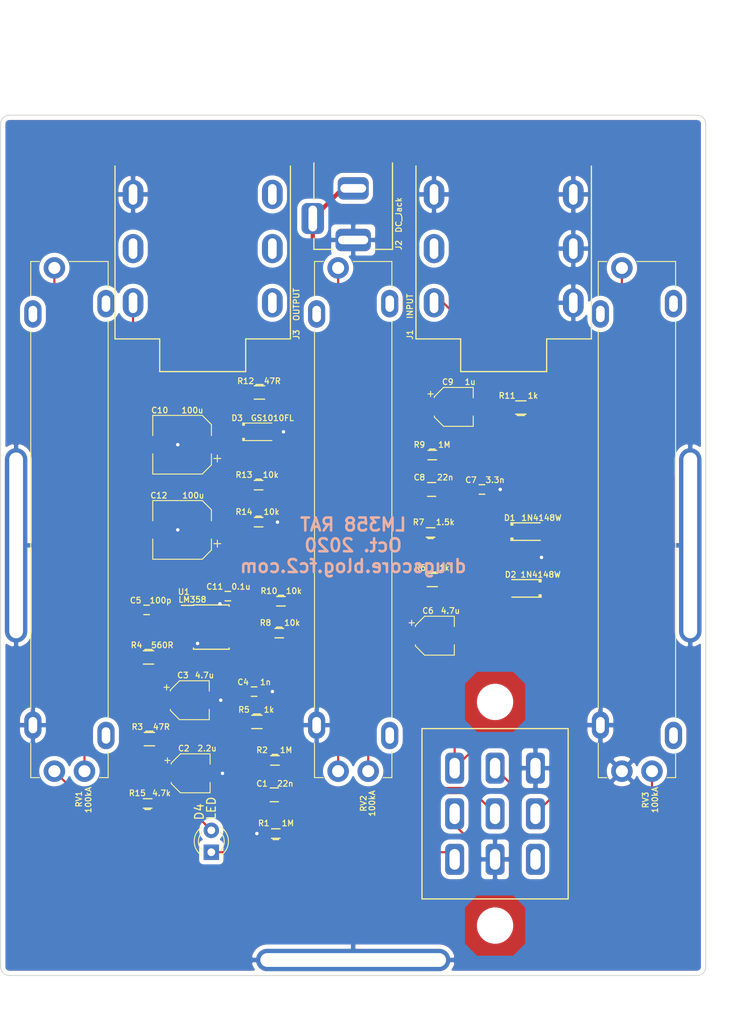
<source format=kicad_pcb>
(kicad_pcb (version 20171130) (host pcbnew "(5.1.6)-1")
  (layers (0 F.Cu signal) (31 B.Cu signal) (34 B.Paste user) (35 F.Paste user) (36 B.SilkS user) (37 F.SilkS user) (38 B.Mask user) (39 F.Mask user) (44 Edge.Cuts user))
  (net 0 "")
  (net 1 "Net-(C1-Pad2)")
  (net 2 "Net-(C1-Pad1)")
  (net 3 "Net-(C2-Pad1)")
  (net 4 GND)
  (net 5 "Net-(C3-Pad1)")
  (net 6 "Net-(C4-Pad1)")
  (net 7 "Net-(C5-Pad1)")
  (net 8 "Net-(C5-Pad2)")
  (net 9 "Net-(C6-Pad2)")
  (net 10 "Net-(C7-Pad1)")
  (net 11 "Net-(C8-Pad1)")
  (net 12 "Net-(C9-Pad2)")
  (net 13 "Net-(C9-Pad1)")
  (net 14 "Net-(D1-Pad1)")
  (net 15 "Net-(D4-Pad1)")
  (net 16 "Net-(D4-Pad2)")
  (net 17 "Net-(J1-PadR)")
  (net 18 "Net-(J1-PadT)")
  (net 19 "Net-(J2-Pad2)")
  (net 20 "Net-(J3-PadTN)")
  (net 21 "Net-(J3-PadT)")
  (net 22 "Net-(J3-PadR)")
  (net 23 "Net-(J3-PadRN)")
  (net 24 "Net-(J3-PadSN)")
  (net 25 "Net-(R7-Pad2)")
  (net 26 "Net-(R10-Pad2)")
  (net 27 "Net-(R11-Pad1)")
  (net 28 "Net-(RV3-Pad2)")
  (net 29 "Net-(SW3-Pad1)")
  (net 30 VCC)
  (net 31 /BIAS)
  (module MountingHole:MountingHole_3.2mm_M3 (layer F.Cu) (at 156.5 160.6)
    (fp_text reference * hide)
    (fp_text value * hide)
    (pad "" np_thru_hole circle (at 0 0) (size 3.2 3.2) (drill 3.2) (layers *.Cu *.Mask))
  )
  (module MountingHole:MountingHole_3.2mm_M3 (layer F.Cu) (at 156.5 134.6)
    (fp_text reference * hide)
    (fp_text value * hide)
    (pad "" np_thru_hole circle (at 0 0) (size 3.2 3.2) (drill 3.2) (layers *.Cu *.Mask))
  )
  (module "myFoot:my_R_1608(0603)_HandSoldering" (layer F.Cu) (at 149 114.9 180)
    (fp_text reference R7 (at 1.4 1.2) (layer F.SilkS) (effects (font (size 0.67 0.67) (thickness 0.127))))
    (fp_text value 1.5k (at -1.7 1.2) (layer F.SilkS) (effects (font (size 0.67 0.67) (thickness 0.127))))
    (pad 2 smd roundrect (at 1.1 0 180) (size 1.2 0.9) (layers F.Cu F.Paste F.Mask) (net 25 "Net-(R7-Pad2)"))
    (pad 1 smd roundrect (at -1.1 0 180) (size 1.2 0.9) (layers F.Cu F.Paste F.Mask) (net 10 "Net-(C7-Pad1)"))
  )
  (module myFoot:my_sw_foot (layer F.Cu) (at 156.5 142.3 180)
    (fp_text reference SW1 hide)
    (fp_text value SW_3PDT hide)
    (pad 3 thru_hole roundrect (at 4.7 0 180) (size 2.2 3.6) (drill oval 1.2 2.4) (layers *.Cu *.Mask) (net 18 "Net-(J1-PadT)"))
    (pad 1 thru_hole roundrect (at -4.7 0 180) (size 2.2 3.6) (drill oval 1.2 2.4) (layers *.Cu *.Mask) (net 4 GND))
    (pad 2 thru_hole roundrect (at 0 0 180) (size 2.2 3.6) (drill oval 1.2 2.4) (layers *.Cu *.Mask) (net 1 "Net-(C1-Pad2)"))
  )
  (module myFoot:my_sw_foot (layer F.Cu) (at 156.5 147.6 180)
    (fp_text reference SW2 hide)
    (fp_text value SW_3PDT hide)
    (pad 3 thru_hole roundrect (at 4.7 0 180) (size 2.2 3.6) (drill oval 1.2 2.4) (layers *.Cu *.Mask) (net 28 "Net-(RV3-Pad2)"))
    (pad 1 thru_hole roundrect (at -4.7 0 180) (size 2.2 3.6) (drill oval 1.2 2.4) (layers *.Cu *.Mask) (net 18 "Net-(J1-PadT)"))
    (pad 2 thru_hole roundrect (at 0 0 180) (size 2.2 3.6) (drill oval 1.2 2.4) (layers *.Cu *.Mask) (net 21 "Net-(J3-PadT)"))
  )
  (module myFoot:my_sw_foot (layer F.Cu) (at 156.5 152.9 180)
    (fp_text reference SW3 hide)
    (fp_text value SW_3PDT hide)
    (pad 3 thru_hole roundrect (at 4.7 0 180) (size 2.2 3.6) (drill oval 1.2 2.4) (layers *.Cu *.Mask) (net 15 "Net-(D4-Pad1)"))
    (pad 1 thru_hole roundrect (at -4.7 0 180) (size 2.2 3.6) (drill oval 1.2 2.4) (layers *.Cu *.Mask) (net 29 "Net-(SW3-Pad1)"))
    (pad 2 thru_hole roundrect (at 0 0 180) (size 2.2 3.6) (drill oval 1.2 2.4) (layers *.Cu *.Mask) (net 4 GND))
  )
  (module myFoot:my_SmallPad_0-8mmDrill (layer F.Cu) (at 140 164.6 270)
    (fp_text reference * hide)
    (fp_text value s hide)
    (pad 1 thru_hole oval (at 0 0 270) (size 2.6 22.6) (drill oval 1.6 21.6) (layers *.Cu *.Mask) (net 4 GND))
  )
  (module myFoot:my_SmallPad_0-8mmDrill (layer F.Cu) (at 100.8 116.4)
    (fp_text reference * hide)
    (fp_text value s hide)
    (pad 1 thru_hole oval (at 0 0) (size 2.6 22.6) (drill oval 1.6 21.6) (layers *.Cu *.Mask) (net 4 GND))
  )
  (module myFoot:my_SmallPad_0-8mmDrill (layer F.Cu) (at 179.2 116.4)
    (fp_text reference * hide)
    (fp_text value s hide)
    (pad 1 thru_hole oval (at 0 0) (size 2.6 22.6) (drill oval 1.6 21.6) (layers *.Cu *.Mask) (net 4 GND))
  )
  (module myFoot:my_pot_slide_45mm_travel (layer F.Cu) (at 107 113.4 90)
    (fp_text reference RV1 (at -32.5 1.1 90) (layer F.SilkS) (effects (font (size 0.67 0.67) (thickness 0.127))))
    (fp_text value 100kA (at -32.6 2.2 90) (layer F.SilkS) (effects (font (size 0.67 0.67) (thickness 0.127))))
    (pad "" thru_hole oval (at -23.9 -4.25 90) (size 3.2 2) (drill oval 1.9 1) (layers *.Cu *.Mask) (net 4 GND))
    (pad "" thru_hole oval (at 25.1 4.25 90) (size 3.2 2) (drill oval 1.9 1) (layers *.Cu *.Mask))
    (pad "" thru_hole oval (at 23.9 -4.25 90) (size 3.2 2) (drill oval 1.9 1) (layers *.Cu *.Mask))
    (pad "" thru_hole oval (at -25.1 4.25 90) (size 3.2 2) (drill oval 1.9 1) (layers *.Cu *.Mask))
    (pad 3 thru_hole circle (at 29.25 -1.75 90) (size 2.5 2.5) (drill 1.4) (layers *.Cu *.Mask) (net 8 "Net-(C5-Pad2)"))
    (pad 1 thru_hole circle (at -29.25 -1.75 90) (size 2.5 2.5) (drill 1.4) (layers *.Cu *.Mask) (net 7 "Net-(C5-Pad1)"))
    (pad 2 thru_hole circle (at -29.25 1.75 90) (size 2.5 2.5) (drill 1.4) (layers *.Cu *.Mask) (net 8 "Net-(C5-Pad2)"))
  )
  (module myFoot:my_pot_slide_45mm_travel (layer F.Cu) (at 140 113.4 90)
    (fp_text reference RV2 (at -33 1.2 90) (layer F.SilkS) (effects (font (size 0.67 0.67) (thickness 0.127))))
    (fp_text value 100kA (at -33 2.2 90) (layer F.SilkS) (effects (font (size 0.67 0.67) (thickness 0.127))))
    (pad "" thru_hole oval (at -23.9 -4.25 90) (size 3.2 2) (drill oval 1.9 1) (layers *.Cu *.Mask) (net 4 GND))
    (pad "" thru_hole oval (at 25.1 4.25 90) (size 3.2 2) (drill oval 1.9 1) (layers *.Cu *.Mask))
    (pad "" thru_hole oval (at 23.9 -4.25 90) (size 3.2 2) (drill oval 1.9 1) (layers *.Cu *.Mask))
    (pad "" thru_hole oval (at -25.1 4.25 90) (size 3.2 2) (drill oval 1.9 1) (layers *.Cu *.Mask))
    (pad 3 thru_hole circle (at 29.25 -1.75 90) (size 2.5 2.5) (drill 1.4) (layers *.Cu *.Mask) (net 14 "Net-(D1-Pad1)"))
    (pad 1 thru_hole circle (at -29.25 -1.75 90) (size 2.5 2.5) (drill 1.4) (layers *.Cu *.Mask) (net 25 "Net-(R7-Pad2)"))
    (pad 2 thru_hole circle (at -29.25 1.75 90) (size 2.5 2.5) (drill 1.4) (layers *.Cu *.Mask) (net 14 "Net-(D1-Pad1)"))
  )
  (module myFoot:my_pot_slide_45mm_travel (layer F.Cu) (at 173 113.4 90)
    (fp_text reference RV3 (at -32.6 1 90) (layer F.SilkS) (effects (font (size 0.67 0.67) (thickness 0.127))))
    (fp_text value 100kA (at -32.6 2.1 90) (layer F.SilkS) (effects (font (size 0.67 0.67) (thickness 0.127))))
    (pad "" thru_hole oval (at -23.9 -4.25 90) (size 3.2 2) (drill oval 1.9 1) (layers *.Cu *.Mask) (net 4 GND))
    (pad "" thru_hole oval (at 25.1 4.25 90) (size 3.2 2) (drill oval 1.9 1) (layers *.Cu *.Mask))
    (pad "" thru_hole oval (at 23.9 -4.25 90) (size 3.2 2) (drill oval 1.9 1) (layers *.Cu *.Mask))
    (pad "" thru_hole oval (at -25.1 4.25 90) (size 3.2 2) (drill oval 1.9 1) (layers *.Cu *.Mask))
    (pad 3 thru_hole circle (at 29.25 -1.75 90) (size 2.5 2.5) (drill 1.4) (layers *.Cu *.Mask) (net 27 "Net-(R11-Pad1)"))
    (pad 1 thru_hole circle (at -29.25 -1.75 90) (size 2.5 2.5) (drill 1.4) (layers *.Cu *.Mask) (net 4 GND))
    (pad 2 thru_hole circle (at -29.25 1.75 90) (size 2.5 2.5) (drill 1.4) (layers *.Cu *.Mask) (net 28 "Net-(RV3-Pad2)"))
  )
  (module "myFoot:my_C_2012(0805)_HandSoldering" (layer F.Cu) (at 130.85 145.4)
    (fp_text reference C1 (at -1.45 -1.3) (layer F.SilkS) (effects (font (size 0.67 0.67) (thickness 0.127))))
    (fp_text value 22n (at 1.25 -1.3) (layer F.SilkS) (effects (font (size 0.67 0.67) (thickness 0.127))))
    (pad 2 smd roundrect (at 1.15 0) (size 1.3 1.25) (layers F.Cu F.Paste F.Mask) (net 1 "Net-(C1-Pad2)"))
    (pad 1 smd roundrect (at -1.15 0) (size 1.3 1.25) (layers F.Cu F.Paste F.Mask) (net 2 "Net-(C1-Pad1)"))
  )
  (module myFoot:my_C_Elec_4 (layer F.Cu) (at 121.1 142.9)
    (fp_text reference C2 (at -0.8 -2.9) (layer F.SilkS) (effects (font (size 0.67 0.67) (thickness 0.127))))
    (fp_text value 2.2u (at 1.9 -2.9) (layer F.SilkS) (effects (font (size 0.67 0.67) (thickness 0.127))))
    (pad 2 smd roundrect (at 1.8 0) (size 2.6 1.6) (layers F.Cu F.Paste F.Mask) (net 4 GND))
    (pad 1 smd roundrect (at -1.8 0) (size 2.6 1.6) (layers F.Cu F.Paste F.Mask) (net 3 "Net-(C2-Pad1)"))
  )
  (module myFoot:my_C_Elec_4 (layer F.Cu) (at 121 134.4)
    (fp_text reference C3 (at -0.8 -2.9) (layer F.SilkS) (effects (font (size 0.67 0.67) (thickness 0.127))))
    (fp_text value 4.7u (at 1.7 -2.9) (layer F.SilkS) (effects (font (size 0.67 0.67) (thickness 0.127))))
    (pad 2 smd roundrect (at 1.8 0) (size 2.6 1.6) (layers F.Cu F.Paste F.Mask) (net 4 GND))
    (pad 1 smd roundrect (at -1.8 0) (size 2.6 1.6) (layers F.Cu F.Paste F.Mask) (net 5 "Net-(C3-Pad1)"))
  )
  (module "myFoot:my_C_1608(0603)_HandSoldering" (layer F.Cu) (at 128.5 133.4)
    (fp_text reference C4 (at -1.3 -1.1) (layer F.SilkS) (effects (font (size 0.67 0.67) (thickness 0.127))))
    (fp_text value 1n (at 1.3 -1.1) (layer F.SilkS) (effects (font (size 0.67 0.67) (thickness 0.127))))
    (pad 2 smd roundrect (at 0.95 0) (size 1.2 0.75) (layers F.Cu F.Paste F.Mask) (net 4 GND))
    (pad 1 smd roundrect (at -0.95 0) (size 1.2 0.75) (layers F.Cu F.Paste F.Mask) (net 6 "Net-(C4-Pad1)"))
  )
  (module "myFoot:my_C_1608(0603)_HandSoldering" (layer F.Cu) (at 115.95 123.9 180)
    (fp_text reference C5 (at 1.25 1.1) (layer F.SilkS) (effects (font (size 0.67 0.67) (thickness 0.127))))
    (fp_text value 100p (at -1.65 1.1) (layer F.SilkS) (effects (font (size 0.67 0.67) (thickness 0.127))))
    (pad 2 smd roundrect (at 0.95 0 180) (size 1.2 0.75) (layers F.Cu F.Paste F.Mask) (net 8 "Net-(C5-Pad2)"))
    (pad 1 smd roundrect (at -0.95 0 180) (size 1.2 0.75) (layers F.Cu F.Paste F.Mask) (net 7 "Net-(C5-Pad1)"))
  )
  (module myFoot:my_C_Elec_4 (layer F.Cu) (at 149.5 126.9)
    (fp_text reference C6 (at -0.8 -2.9) (layer F.SilkS) (effects (font (size 0.67 0.67) (thickness 0.127))))
    (fp_text value 4.7u (at 1.8 -2.9) (layer F.SilkS) (effects (font (size 0.67 0.67) (thickness 0.127))))
    (pad 2 smd roundrect (at 1.8 0) (size 2.6 1.6) (layers F.Cu F.Paste F.Mask) (net 9 "Net-(C6-Pad2)"))
    (pad 1 smd roundrect (at -1.8 0) (size 2.6 1.6) (layers F.Cu F.Paste F.Mask) (net 7 "Net-(C5-Pad1)"))
  )
  (module "myFoot:my_C_1608(0603)_HandSoldering" (layer F.Cu) (at 155 109.9)
    (fp_text reference C7 (at -1.3 -1.1) (layer F.SilkS) (effects (font (size 0.67 0.67) (thickness 0.127))))
    (fp_text value 3.3n (at 1.5 -1.1) (layer F.SilkS) (effects (font (size 0.67 0.67) (thickness 0.127))))
    (pad 2 smd roundrect (at 0.95 0) (size 1.2 0.75) (layers F.Cu F.Paste F.Mask) (net 4 GND))
    (pad 1 smd roundrect (at -0.95 0) (size 1.2 0.75) (layers F.Cu F.Paste F.Mask) (net 10 "Net-(C7-Pad1)"))
  )
  (module "myFoot:my_C_2012(0805)_HandSoldering" (layer F.Cu) (at 149.15 109.9)
    (fp_text reference C8 (at -1.45 -1.4) (layer F.SilkS) (effects (font (size 0.67 0.67) (thickness 0.127))))
    (fp_text value 22n (at 1.55 -1.4) (layer F.SilkS) (effects (font (size 0.67 0.67) (thickness 0.127))))
    (pad 2 smd roundrect (at 1.15 0) (size 1.3 1.25) (layers F.Cu F.Paste F.Mask) (net 10 "Net-(C7-Pad1)"))
    (pad 1 smd roundrect (at -1.15 0) (size 1.3 1.25) (layers F.Cu F.Paste F.Mask) (net 11 "Net-(C8-Pad1)"))
  )
  (module myFoot:my_C_Elec_4 (layer F.Cu) (at 151.7 100.3)
    (fp_text reference C9 (at -0.7 -2.9) (layer F.SilkS) (effects (font (size 0.67 0.67) (thickness 0.127))))
    (fp_text value 1u (at 1.9 -2.9) (layer F.SilkS) (effects (font (size 0.67 0.67) (thickness 0.127))))
    (pad 2 smd roundrect (at 1.8 0) (size 2.6 1.6) (layers F.Cu F.Paste F.Mask) (net 12 "Net-(C9-Pad2)"))
    (pad 1 smd roundrect (at -1.8 0) (size 2.6 1.6) (layers F.Cu F.Paste F.Mask) (net 13 "Net-(C9-Pad1)"))
  )
  (module myFoot:my_C_Elec_6.3 (layer F.Cu) (at 120.1 104.7 180)
    (fp_text reference C10 (at 2.6 4) (layer F.SilkS) (effects (font (size 0.67 0.67) (thickness 0.127))))
    (fp_text value 100u (at -1.2 4) (layer F.SilkS) (effects (font (size 0.67 0.67) (thickness 0.127))))
    (pad 2 smd roundrect (at 2.8 0 180) (size 3.5 1.6) (layers F.Cu F.Paste F.Mask) (roundrect_rratio 0.15625) (net 4 GND))
    (pad 1 smd roundrect (at -2.8 0 180) (size 3.5 1.6) (layers F.Cu F.Paste F.Mask) (roundrect_rratio 0.15625) (net 30 VCC))
  )
  (module "myFoot:my_C_1608(0603)_HandSoldering" (layer F.Cu) (at 125.45 122.3)
    (fp_text reference C11 (at -1.55 -1.1) (layer F.SilkS) (effects (font (size 0.67 0.67) (thickness 0.127))))
    (fp_text value 0.1u (at 1.5 -1.1) (layer F.SilkS) (effects (font (size 0.67 0.67) (thickness 0.127))))
    (pad 2 smd roundrect (at 0.95 0) (size 1.2 0.75) (layers F.Cu F.Paste F.Mask) (net 30 VCC))
    (pad 1 smd roundrect (at -0.95 0) (size 1.2 0.75) (layers F.Cu F.Paste F.Mask) (net 4 GND))
  )
  (module myFoot:my_C_Elec_6.3 (layer F.Cu) (at 120.1 114.6 180)
    (fp_text reference C12 (at 2.7 4) (layer F.SilkS) (effects (font (size 0.67 0.67) (thickness 0.127))))
    (fp_text value 100u (at -1.3 4) (layer F.SilkS) (effects (font (size 0.67 0.67) (thickness 0.127))))
    (pad 2 smd roundrect (at 2.8 0 180) (size 3.5 1.6) (layers F.Cu F.Paste F.Mask) (roundrect_rratio 0.15625) (net 4 GND))
    (pad 1 smd roundrect (at -2.8 0 180) (size 3.5 1.6) (layers F.Cu F.Paste F.Mask) (roundrect_rratio 0.15625) (net 31 /BIAS))
  )
  (module myFoot:my_D_SOD-123 (layer F.Cu) (at 160.1 114.8)
    (fp_text reference D1 (at -1.9 -1.6) (layer F.SilkS) (effects (font (size 0.67 0.67) (thickness 0.127))))
    (fp_text value 1N4148W (at 1.8 -1.6) (layer F.SilkS) (effects (font (size 0.67 0.67) (thickness 0.127))))
    (pad 2 smd roundrect (at 1.8 0) (size 1.2 1) (layers F.Cu F.Paste F.Mask) (net 4 GND))
    (pad 1 smd roundrect (at -1.8 0) (size 1.2 1) (layers F.Cu F.Paste F.Mask) (net 14 "Net-(D1-Pad1)"))
  )
  (module myFoot:my_D_SOD-123 (layer F.Cu) (at 160.1 121.4 180)
    (fp_text reference D2 (at 1.8 1.6) (layer F.SilkS) (effects (font (size 0.67 0.67) (thickness 0.127))))
    (fp_text value 1N4148W (at -1.7 1.6) (layer F.SilkS) (effects (font (size 0.67 0.67) (thickness 0.127))))
    (pad 2 smd roundrect (at 1.8 0 180) (size 1.2 1) (layers F.Cu F.Paste F.Mask) (net 14 "Net-(D1-Pad1)"))
    (pad 1 smd roundrect (at -1.8 0 180) (size 1.2 1) (layers F.Cu F.Paste F.Mask) (net 4 GND))
  )
  (module myFoot:my_D_GS1010FL (layer F.Cu) (at 128.9 103.2)
    (fp_text reference D3 (at -2.4 -1.6) (layer F.SilkS) (effects (font (size 0.67 0.67) (thickness 0.127))))
    (fp_text value GS1010FL (at 1.7 -1.6) (layer F.SilkS) (effects (font (size 0.67 0.67) (thickness 0.127))))
    (pad 2 smd roundrect (at 1.8 0) (size 1.2 1.2) (layers F.Cu F.Paste F.Mask) (net 4 GND))
    (pad 1 smd roundrect (at -1.8 0) (size 1.2 1.2) (layers F.Cu F.Paste F.Mask) (net 30 VCC))
  )
  (module myFoot:my_Phone_Jack_Daier (layer F.Cu) (at 157.5 70 270)
    (fp_text reference J1 (at 21.9 10.9 90) (layer F.SilkS) (effects (font (size 0.67 0.67) (thickness 0.127))))
    (fp_text value INPUT (at 18.6 10.9 90) (layer F.SilkS) (effects (font (size 0.67 0.67) (thickness 0.127))))
    (pad TN thru_hole oval (at 18.2 -8.1 270) (size 3.4 2.4) (drill oval 2.4 1) (layers *.Cu *.Mask) (net 4 GND))
    (pad T thru_hole oval (at 18.2 8.1 270) (size 3.4 2.4) (drill oval 2.4 1) (layers *.Cu *.Mask) (net 18 "Net-(J1-PadT)"))
    (pad R thru_hole oval (at 11.9 8.1 270) (size 3.4 2.4) (drill oval 2.4 1) (layers *.Cu *.Mask) (net 17 "Net-(J1-PadR)"))
    (pad S thru_hole oval (at 5.6 8.1 270) (size 3.4 2.4) (drill oval 2.4 1) (layers *.Cu *.Mask) (net 4 GND))
    (pad RN thru_hole oval (at 11.9 -8.1 270) (size 3.4 2.4) (drill oval 2.4 1) (layers *.Cu *.Mask) (net 4 GND))
    (pad SN thru_hole oval (at 5.6 -8.1 270) (size 3.4 2.4) (drill oval 2.4 1) (layers *.Cu *.Mask) (net 4 GND))
  )
  (module myFoot:my_DC_Jack (layer F.Cu) (at 140 67.4 270)
    (fp_text reference J2 (at 14.1 -5.3 90) (layer F.SilkS) (effects (font (size 0.67 0.67) (thickness 0.127))))
    (fp_text value DC_Jack (at 10.6 -5.3 90) (layer F.SilkS) (effects (font (size 0.67 0.67) (thickness 0.127))))
    (pad 3 thru_hole roundrect (at 11 4.7 270) (size 3.6 2.6) (drill oval 3 1) (layers *.Cu *.Mask) (net 19 "Net-(J2-Pad2)"))
    (pad 2 thru_hole roundrect (at 7.5 0 270) (size 2.6 3.6) (drill oval 1 3) (layers *.Cu *.Mask) (net 19 "Net-(J2-Pad2)"))
    (pad 1 thru_hole roundrect (at 13.5 0 270) (size 2.6 4.1) (drill oval 1 3.5) (layers *.Cu *.Mask) (net 4 GND))
  )
  (module myFoot:my_Phone_Jack_Daier (layer F.Cu) (at 122.5 70 270)
    (fp_text reference J3 (at 21.9 -10.9 90) (layer F.SilkS) (effects (font (size 0.67 0.67) (thickness 0.127))))
    (fp_text value OUTPUT (at 18.4 -10.9 90) (layer F.SilkS) (effects (font (size 0.67 0.67) (thickness 0.127))))
    (pad TN thru_hole oval (at 18.2 -8.1 270) (size 3.4 2.4) (drill oval 2.4 1) (layers *.Cu *.Mask) (net 20 "Net-(J3-PadTN)"))
    (pad T thru_hole oval (at 18.2 8.1 270) (size 3.4 2.4) (drill oval 2.4 1) (layers *.Cu *.Mask) (net 21 "Net-(J3-PadT)"))
    (pad R thru_hole oval (at 11.9 8.1 270) (size 3.4 2.4) (drill oval 2.4 1) (layers *.Cu *.Mask) (net 22 "Net-(J3-PadR)"))
    (pad S thru_hole oval (at 5.6 8.1 270) (size 3.4 2.4) (drill oval 2.4 1) (layers *.Cu *.Mask) (net 4 GND))
    (pad RN thru_hole oval (at 11.9 -8.1 270) (size 3.4 2.4) (drill oval 2.4 1) (layers *.Cu *.Mask) (net 23 "Net-(J3-PadRN)"))
    (pad SN thru_hole oval (at 5.6 -8.1 270) (size 3.4 2.4) (drill oval 2.4 1) (layers *.Cu *.Mask) (net 24 "Net-(J3-PadSN)"))
  )
  (module "myFoot:my_R_1608(0603)_HandSoldering" (layer F.Cu) (at 131 149.9 180)
    (fp_text reference R1 (at 1.4 1.2) (layer F.SilkS) (effects (font (size 0.67 0.67) (thickness 0.127))))
    (fp_text value 1M (at -1.4 1.2) (layer F.SilkS) (effects (font (size 0.67 0.67) (thickness 0.127))))
    (pad 2 smd roundrect (at 1.1 0 180) (size 1.2 0.9) (layers F.Cu F.Paste F.Mask) (net 4 GND))
    (pad 1 smd roundrect (at -1.1 0 180) (size 1.2 0.9) (layers F.Cu F.Paste F.Mask) (net 1 "Net-(C1-Pad2)"))
  )
  (module "myFoot:my_R_1608(0603)_HandSoldering" (layer F.Cu) (at 130.9 141.4)
    (fp_text reference R2 (at -1.5 -1.2) (layer F.SilkS) (effects (font (size 0.67 0.67) (thickness 0.127))))
    (fp_text value 1M (at 1.3 -1.2) (layer F.SilkS) (effects (font (size 0.67 0.67) (thickness 0.127))))
    (pad 2 smd roundrect (at 1.1 0) (size 1.2 0.9) (layers F.Cu F.Paste F.Mask) (net 31 /BIAS))
    (pad 1 smd roundrect (at -1.1 0) (size 1.2 0.9) (layers F.Cu F.Paste F.Mask) (net 2 "Net-(C1-Pad1)"))
  )
  (module "myFoot:my_R_2012(0805)_HandSoldering" (layer F.Cu) (at 116.3 138.9)
    (fp_text reference R3 (at -1.4 -1.4) (layer F.SilkS) (effects (font (size 0.67 0.67) (thickness 0.127))))
    (fp_text value 47R (at 1.4 -1.4) (layer F.SilkS) (effects (font (size 0.67 0.67) (thickness 0.127))))
    (pad 2 smd roundrect (at 1.2 0) (size 1.2 1.3) (layers F.Cu F.Paste F.Mask) (net 3 "Net-(C2-Pad1)"))
    (pad 1 smd roundrect (at -1.2 0) (size 1.2 1.3) (layers F.Cu F.Paste F.Mask) (net 8 "Net-(C5-Pad2)"))
  )
  (module "myFoot:my_R_2012(0805)_HandSoldering" (layer F.Cu) (at 116.2 129.4)
    (fp_text reference R4 (at -1.4 -1.4) (layer F.SilkS) (effects (font (size 0.67 0.67) (thickness 0.127))))
    (fp_text value 560R (at 1.6 -1.4) (layer F.SilkS) (effects (font (size 0.67 0.67) (thickness 0.127))))
    (pad 2 smd roundrect (at 1.2 0) (size 1.2 1.3) (layers F.Cu F.Paste F.Mask) (net 5 "Net-(C3-Pad1)"))
    (pad 1 smd roundrect (at -1.2 0) (size 1.2 1.3) (layers F.Cu F.Paste F.Mask) (net 8 "Net-(C5-Pad2)"))
  )
  (module "myFoot:my_R_2012(0805)_HandSoldering" (layer F.Cu) (at 128.8 136.9)
    (fp_text reference R5 (at -1.5 -1.4) (layer F.SilkS) (effects (font (size 0.67 0.67) (thickness 0.127))))
    (fp_text value 1k (at 1.4 -1.4) (layer F.SilkS) (effects (font (size 0.67 0.67) (thickness 0.127))))
    (pad 2 smd roundrect (at 1.2 0) (size 1.2 1.3) (layers F.Cu F.Paste F.Mask) (net 2 "Net-(C1-Pad1)"))
    (pad 1 smd roundrect (at -1.2 0) (size 1.2 1.3) (layers F.Cu F.Paste F.Mask) (net 6 "Net-(C4-Pad1)"))
  )
  (module "myFoot:my_R_2012(0805)_HandSoldering" (layer F.Cu) (at 149.2 120.4)
    (fp_text reference R6 (at -1.4 -1.4) (layer F.SilkS) (effects (font (size 0.67 0.67) (thickness 0.127))))
    (fp_text value 1k (at 1.4 -1.4) (layer F.SilkS) (effects (font (size 0.67 0.67) (thickness 0.127))))
    (pad 2 smd roundrect (at 1.2 0) (size 1.2 1.3) (layers F.Cu F.Paste F.Mask) (net 9 "Net-(C6-Pad2)"))
    (pad 1 smd roundrect (at -1.2 0) (size 1.2 1.3) (layers F.Cu F.Paste F.Mask) (net 14 "Net-(D1-Pad1)"))
  )
  (module "myFoot:my_R_1608(0603)_HandSoldering" (layer F.Cu) (at 131.4 126.6)
    (fp_text reference R8 (at -1.6 -1.2) (layer F.SilkS) (effects (font (size 0.67 0.67) (thickness 0.127))))
    (fp_text value 10k (at 1.5 -1.2) (layer F.SilkS) (effects (font (size 0.67 0.67) (thickness 0.127))))
    (pad 2 smd roundrect (at 1.1 0) (size 1.2 0.9) (layers F.Cu F.Paste F.Mask) (net 31 /BIAS))
    (pad 1 smd roundrect (at -1.1 0) (size 1.2 0.9) (layers F.Cu F.Paste F.Mask) (net 26 "Net-(R10-Pad2)"))
  )
  (module "myFoot:my_R_1608(0603)_HandSoldering" (layer F.Cu) (at 149.2 105.9)
    (fp_text reference R9 (at -1.5 -1.2) (layer F.SilkS) (effects (font (size 0.67 0.67) (thickness 0.127))))
    (fp_text value 1M (at 1.4 -1.2) (layer F.SilkS) (effects (font (size 0.67 0.67) (thickness 0.127))))
    (pad 2 smd roundrect (at 1.1 0) (size 1.2 0.9) (layers F.Cu F.Paste F.Mask) (net 31 /BIAS))
    (pad 1 smd roundrect (at -1.1 0) (size 1.2 0.9) (layers F.Cu F.Paste F.Mask) (net 11 "Net-(C8-Pad1)"))
  )
  (module "myFoot:my_R_1608(0603)_HandSoldering" (layer F.Cu) (at 131.6 122.9)
    (fp_text reference R10 (at -1.4 -1.2) (layer F.SilkS) (effects (font (size 0.67 0.67) (thickness 0.127))))
    (fp_text value 10k (at 1.5 -1.2) (layer F.SilkS) (effects (font (size 0.67 0.67) (thickness 0.127))))
    (pad 2 smd roundrect (at 1.1 0) (size 1.2 0.9) (layers F.Cu F.Paste F.Mask) (net 26 "Net-(R10-Pad2)"))
    (pad 1 smd roundrect (at -1.1 0) (size 1.2 0.9) (layers F.Cu F.Paste F.Mask) (net 13 "Net-(C9-Pad1)"))
  )
  (module "myFoot:my_R_2012(0805)_HandSoldering" (layer F.Cu) (at 159.5 100.4 180)
    (fp_text reference R11 (at 1.6 1.4) (layer F.SilkS) (effects (font (size 0.67 0.67) (thickness 0.127))))
    (fp_text value 1k (at -1.4 1.4) (layer F.SilkS) (effects (font (size 0.67 0.67) (thickness 0.127))))
    (pad 2 smd roundrect (at 1.2 0 180) (size 1.2 1.3) (layers F.Cu F.Paste F.Mask) (net 12 "Net-(C9-Pad2)"))
    (pad 1 smd roundrect (at -1.2 0 180) (size 1.2 1.3) (layers F.Cu F.Paste F.Mask) (net 27 "Net-(R11-Pad1)"))
  )
  (module "myFoot:my_R_2012(0805)_HandSoldering" (layer F.Cu) (at 129.1 98.6)
    (fp_text reference R12 (at -1.6 -1.3) (layer F.SilkS) (effects (font (size 0.67 0.67) (thickness 0.127))))
    (fp_text value 47R (at 1.5 -1.3) (layer F.SilkS) (effects (font (size 0.67 0.67) (thickness 0.127))))
    (pad 2 smd roundrect (at 1.2 0) (size 1.2 1.3) (layers F.Cu F.Paste F.Mask) (net 19 "Net-(J2-Pad2)"))
    (pad 1 smd roundrect (at -1.2 0) (size 1.2 1.3) (layers F.Cu F.Paste F.Mask) (net 30 VCC))
  )
  (module "myFoot:my_R_1608(0603)_HandSoldering" (layer F.Cu) (at 129 109.4)
    (fp_text reference R13 (at -1.7 -1.2) (layer F.SilkS) (effects (font (size 0.67 0.67) (thickness 0.127))))
    (fp_text value 10k (at 1.4 -1.2) (layer F.SilkS) (effects (font (size 0.67 0.67) (thickness 0.127))))
    (pad 2 smd roundrect (at 1.1 0) (size 1.2 0.9) (layers F.Cu F.Paste F.Mask) (net 30 VCC))
    (pad 1 smd roundrect (at -1.1 0) (size 1.2 0.9) (layers F.Cu F.Paste F.Mask) (net 31 /BIAS))
  )
  (module "myFoot:my_R_1608(0603)_HandSoldering" (layer F.Cu) (at 129 113.7)
    (fp_text reference R14 (at -1.7 -1.2) (layer F.SilkS) (effects (font (size 0.67 0.67) (thickness 0.127))))
    (fp_text value 10k (at 1.5 -1.2) (layer F.SilkS) (effects (font (size 0.67 0.67) (thickness 0.127))))
    (pad 2 smd roundrect (at 1.1 0) (size 1.2 0.9) (layers F.Cu F.Paste F.Mask) (net 4 GND))
    (pad 1 smd roundrect (at -1.1 0) (size 1.2 0.9) (layers F.Cu F.Paste F.Mask) (net 31 /BIAS))
  )
  (module "myFoot:my_R_1608(0603)_HandSoldering" (layer F.Cu) (at 116.1 146.4 180)
    (fp_text reference R15 (at 1.2 1.2) (layer F.SilkS) (effects (font (size 0.67 0.67) (thickness 0.127))))
    (fp_text value 4.7k (at -1.6 1.2) (layer F.SilkS) (effects (font (size 0.67 0.67) (thickness 0.127))))
    (pad 2 smd roundrect (at 1.1 0 180) (size 1.2 0.9) (layers F.Cu F.Paste F.Mask) (net 30 VCC))
    (pad 1 smd roundrect (at -1.1 0 180) (size 1.2 0.9) (layers F.Cu F.Paste F.Mask) (net 16 "Net-(D4-Pad2)"))
  )
  (module myFoot:my_SOIC-8_3.9x4.9mm_Pitch1.27mm (layer F.Cu) (at 123.5 125.9)
    (fp_text reference U1 (at -3.2 -4.1 unlocked) (layer F.SilkS) (effects (font (size 0.67 0.67) (thickness 0.127))))
    (fp_text value LM358 (at -2.2 -3.2 unlocked) (layer F.SilkS) (effects (font (size 0.67 0.67) (thickness 0.127))))
    (pad 8 smd roundrect (at 2.9 -1.905) (size 1.55 0.6) (layers F.Cu F.Paste F.Mask) (net 30 VCC))
    (pad 7 smd roundrect (at 2.9 -0.635) (size 1.55 0.6) (layers F.Cu F.Paste F.Mask) (net 13 "Net-(C9-Pad1)"))
    (pad 6 smd roundrect (at 2.9 0.635) (size 1.55 0.6) (layers F.Cu F.Paste F.Mask) (net 26 "Net-(R10-Pad2)"))
    (pad 5 smd roundrect (at 2.9 1.905) (size 1.55 0.6) (layers F.Cu F.Paste F.Mask) (net 11 "Net-(C8-Pad1)"))
    (pad 4 smd roundrect (at -2.9 1.905) (size 1.55 0.6) (layers F.Cu F.Paste F.Mask) (net 4 GND))
    (pad 3 smd roundrect (at -2.9 0.635) (size 1.55 0.6) (layers F.Cu F.Paste F.Mask) (net 6 "Net-(C4-Pad1)"))
    (pad 2 smd roundrect (at -2.9 -0.635) (size 1.55 0.6) (layers F.Cu F.Paste F.Mask) (net 8 "Net-(C5-Pad2)"))
    (pad 1 smd roundrect (at -2.9 -1.905) (size 1.55 0.6) (layers F.Cu F.Paste F.Mask) (net 7 "Net-(C5-Pad1)"))
  )
  (module LED_THT:LED_D3.0mm (layer F.Cu) (at 123.5 152.07 90)
    (fp_text reference D4 (at 4.7 -1.4 90) (layer F.SilkS))
    (fp_text value LED (at 5.1 0 90) (layer F.SilkS))
    (pad 2 thru_hole circle (at 2.54 0 90) (size 1.8 1.8) (drill 0.9) (layers *.Cu *.Mask) (net 16 "Net-(D4-Pad2)"))
    (pad 1 thru_hole rect (at 0 0 90) (size 1.8 1.8) (drill 0.9) (layers *.Cu *.Mask) (net 15 "Net-(D4-Pad1)"))
  )
  (gr_line (start 165 137.7) (end 148 137.7) (layer F.SilkS) (width 0.15))
  (gr_line (start 165 157.5) (end 165 137.7) (layer F.SilkS) (width 0.15))
  (gr_line (start 148 157.5) (end 165 157.5) (layer F.SilkS) (width 0.15))
  (gr_line (start 148 137.7) (end 148 157.5) (layer F.SilkS) (width 0.15))
  (gr_text "LM358 RAT\nOct. 2020\ndrugscore.blog.fc2.com" (at 140 116.4) (layer B.SilkS) (effects (font (size 1.5 1.5) (thickness 0.3)) (justify mirror)))
  (gr_arc (start 180 67.4) (end 181 67.4) (angle -90) (layer Edge.Cuts) (width 0.1))
  (gr_arc (start 180 165.4) (end 180 166.4) (angle -90) (layer Edge.Cuts) (width 0.1))
  (gr_arc (start 100 165.4) (end 99 165.4) (angle -90) (layer Edge.Cuts) (width 0.1))
  (gr_arc (start 100 67.4) (end 100 66.4) (angle -90) (layer Edge.Cuts) (width 0.1))
  (gr_line (start 181 165.4) (end 181 67.4) (layer Edge.Cuts) (width 0.1))
  (gr_line (start 100 166.4) (end 180 166.4) (layer Edge.Cuts) (width 0.1))
  (gr_line (start 99 67.4) (end 99 165.4) (layer Edge.Cuts) (width 0.1))
  (gr_line (start 100 66.4) (end 180 66.4) (layer Edge.Cuts) (width 0.1))
  (segment (start 132.1 145.5) (end 132 145.4) (width 0.25) (layer F.Cu) (net 1))
  (segment (start 132.1 149.9) (end 132.1 145.5) (width 0.25) (layer F.Cu) (net 1))
  (segment (start 142 149.9) (end 132.1 149.9) (width 0.25) (layer F.Cu) (net 1))
  (segment (start 146.7 145.2) (end 142 149.9) (width 0.25) (layer F.Cu) (net 1))
  (segment (start 153 145.2) (end 146.7 145.2) (width 0.25) (layer F.Cu) (net 1))
  (segment (start 153.8 146) (end 153 145.2) (width 0.25) (layer F.Cu) (net 1))
  (segment (start 153.8 148.9) (end 153.8 146) (width 0.25) (layer F.Cu) (net 1))
  (segment (start 158.5 144.3) (end 158.5 149.3) (width 0.25) (layer F.Cu) (net 1))
  (segment (start 156.5 142.3) (end 158.5 144.3) (width 0.25) (layer F.Cu) (net 1))
  (segment (start 158.5 149.3) (end 157.7 150.1) (width 0.25) (layer F.Cu) (net 1))
  (segment (start 155 150.1) (end 153.8 148.9) (width 0.25) (layer F.Cu) (net 1))
  (segment (start 157.7 150.1) (end 155 150.1) (width 0.25) (layer F.Cu) (net 1))
  (segment (start 129.7 141.5) (end 129.8 141.4) (width 0.25) (layer F.Cu) (net 2))
  (segment (start 129.7 145.4) (end 129.7 141.5) (width 0.25) (layer F.Cu) (net 2))
  (segment (start 130 141.2) (end 129.8 141.4) (width 0.25) (layer F.Cu) (net 2))
  (segment (start 130 136.9) (end 130 141.2) (width 0.25) (layer F.Cu) (net 2))
  (segment (start 117.5 141.1) (end 119.3 142.9) (width 0.25) (layer F.Cu) (net 3))
  (segment (start 117.5 138.9) (end 117.5 141.1) (width 0.25) (layer F.Cu) (net 3))
  (via (at 131.2 113.7) (size 0.8) (drill 0.4) (layers F.Cu B.Cu) (net 4))
  (segment (start 130.1 113.7) (end 131.2 113.7) (width 0.5) (layer F.Cu) (net 4))
  (via (at 131.9 103.2) (size 0.8) (drill 0.4) (layers F.Cu B.Cu) (net 4))
  (segment (start 130.7 103.2) (end 131.9 103.2) (width 0.5) (layer F.Cu) (net 4))
  (via (at 157.1 109.9) (size 0.8) (drill 0.4) (layers F.Cu B.Cu) (net 4))
  (segment (start 155.95 109.9) (end 157.1 109.9) (width 0.5) (layer F.Cu) (net 4))
  (via (at 161.9 117.8) (size 0.8) (drill 0.4) (layers F.Cu B.Cu) (net 4))
  (segment (start 161.9 114.8) (end 161.9 117.8) (width 0.5) (layer F.Cu) (net 4))
  (segment (start 161.9 117.8) (end 161.9 121.4) (width 0.5) (layer F.Cu) (net 4))
  (via (at 124.5 123.2) (size 0.8) (drill 0.4) (layers F.Cu B.Cu) (net 4))
  (segment (start 124.5 122.3) (end 124.5 123.2) (width 0.5) (layer F.Cu) (net 4))
  (via (at 121.9 127.8) (size 0.8) (drill 0.4) (layers F.Cu B.Cu) (net 4))
  (segment (start 120.6 127.805) (end 121.895 127.805) (width 0.5) (layer F.Cu) (net 4))
  (segment (start 121.895 127.805) (end 121.9 127.8) (width 0.5) (layer F.Cu) (net 4))
  (via (at 124.6 134.4) (size 0.8) (drill 0.4) (layers F.Cu B.Cu) (net 4))
  (segment (start 122.8 134.4) (end 124.6 134.4) (width 0.5) (layer F.Cu) (net 4))
  (via (at 124.8 142.9) (size 0.8) (drill 0.4) (layers F.Cu B.Cu) (net 4))
  (segment (start 122.9 142.9) (end 124.8 142.9) (width 0.5) (layer F.Cu) (net 4))
  (via (at 128.8 149.9) (size 0.8) (drill 0.4) (layers F.Cu B.Cu) (net 4))
  (segment (start 129.9 149.9) (end 128.8 149.9) (width 0.5) (layer F.Cu) (net 4))
  (via (at 130.6 133.4) (size 0.8) (drill 0.4) (layers F.Cu B.Cu) (net 4))
  (segment (start 129.45 133.4) (end 130.6 133.4) (width 0.5) (layer F.Cu) (net 4))
  (via (at 119.6 104.7) (size 0.8) (drill 0.4) (layers F.Cu B.Cu) (net 4))
  (segment (start 117.3 104.7) (end 119.6 104.7) (width 0.5) (layer F.Cu) (net 4))
  (via (at 119.6 114.6) (size 0.8) (drill 0.4) (layers F.Cu B.Cu) (net 4))
  (segment (start 117.3 114.6) (end 119.6 114.6) (width 0.5) (layer F.Cu) (net 4))
  (segment (start 117.4 132.6) (end 119.2 134.4) (width 0.25) (layer F.Cu) (net 5))
  (segment (start 117.4 129.4) (end 117.4 132.6) (width 0.25) (layer F.Cu) (net 5))
  (segment (start 127.6 133.45) (end 127.55 133.4) (width 0.25) (layer F.Cu) (net 6))
  (segment (start 127.6 136.9) (end 127.6 133.45) (width 0.25) (layer F.Cu) (net 6))
  (segment (start 120.6 126.535) (end 119.765 126.535) (width 0.25) (layer F.Cu) (net 6))
  (segment (start 119.765 126.535) (end 119.1 127.2) (width 0.25) (layer F.Cu) (net 6))
  (segment (start 119.1 127.2) (end 119.1 128.7) (width 0.25) (layer F.Cu) (net 6))
  (segment (start 119.1 128.7) (end 121.6 131.2) (width 0.25) (layer F.Cu) (net 6))
  (segment (start 125.35 131.2) (end 127.55 133.4) (width 0.25) (layer F.Cu) (net 6))
  (segment (start 121.6 131.2) (end 125.35 131.2) (width 0.25) (layer F.Cu) (net 6))
  (segment (start 116.995 123.995) (end 116.9 123.9) (width 0.25) (layer F.Cu) (net 7))
  (segment (start 120.6 123.995) (end 116.995 123.995) (width 0.25) (layer F.Cu) (net 7))
  (segment (start 116.9 123.9) (end 116.9 126) (width 0.25) (layer F.Cu) (net 7))
  (segment (start 116.9 126) (end 116.1 126.8) (width 0.25) (layer F.Cu) (net 7))
  (segment (start 116.1 126.8) (end 116.1 135.1) (width 0.25) (layer F.Cu) (net 7))
  (segment (start 116.1 135.1) (end 117.5 136.5) (width 0.25) (layer F.Cu) (net 7))
  (segment (start 122 136.5) (end 117.5 136.5) (width 0.25) (layer F.Cu) (net 7))
  (segment (start 147.7 126.9) (end 147.7 141.7) (width 0.25) (layer F.Cu) (net 7))
  (segment (start 128.3 146.9) (end 126.1 144.7) (width 0.25) (layer F.Cu) (net 7))
  (segment (start 144 145.4) (end 136 145.4) (width 0.25) (layer F.Cu) (net 7))
  (segment (start 126.1 140.6) (end 122 136.5) (width 0.25) (layer F.Cu) (net 7))
  (segment (start 130.2 146.9) (end 128.3 146.9) (width 0.25) (layer F.Cu) (net 7))
  (segment (start 147.7 141.7) (end 144 145.4) (width 0.25) (layer F.Cu) (net 7))
  (segment (start 130.8 146.3) (end 130.2 146.9) (width 0.25) (layer F.Cu) (net 7))
  (segment (start 126.1 144.7) (end 126.1 140.6) (width 0.25) (layer F.Cu) (net 7))
  (segment (start 105.25 142.65) (end 107.6 145) (width 0.25) (layer F.Cu) (net 7))
  (segment (start 107.6 145) (end 113 145) (width 0.25) (layer F.Cu) (net 7))
  (segment (start 113 145) (end 116.3 141.7) (width 0.25) (layer F.Cu) (net 7))
  (segment (start 116.3 137.7) (end 117.5 136.5) (width 0.25) (layer F.Cu) (net 7))
  (segment (start 116.3 141.7) (end 116.3 137.7) (width 0.25) (layer F.Cu) (net 7))
  (segment (start 130.8 144.6) (end 130.9 144.6) (width 0.25) (layer F.Cu) (net 7))
  (segment (start 130.8 144.6) (end 130.8 146.3) (width 0.25) (layer F.Cu) (net 7))
  (segment (start 131.4 144.1) (end 134.7 144.1) (width 0.25) (layer F.Cu) (net 7))
  (segment (start 130.9 144.6) (end 131.4 144.1) (width 0.25) (layer F.Cu) (net 7))
  (segment (start 136 145.4) (end 134.7 144.1) (width 0.25) (layer F.Cu) (net 7))
  (segment (start 115 123.9) (end 115 129.4) (width 0.25) (layer F.Cu) (net 8))
  (segment (start 108.75 135.65) (end 115 129.4) (width 0.25) (layer F.Cu) (net 8))
  (segment (start 108.75 142.65) (end 108.75 135.65) (width 0.25) (layer F.Cu) (net 8))
  (segment (start 115 123.9) (end 115 120.4) (width 0.25) (layer F.Cu) (net 8))
  (segment (start 105.25 110.65) (end 105.25 84.15) (width 0.25) (layer F.Cu) (net 8))
  (segment (start 115 120.4) (end 105.25 110.65) (width 0.25) (layer F.Cu) (net 8))
  (segment (start 115 120.4) (end 120 120.4) (width 0.25) (layer F.Cu) (net 8))
  (segment (start 120 120.4) (end 122 122.4) (width 0.25) (layer F.Cu) (net 8))
  (segment (start 121.375 125.265) (end 120.6 125.265) (width 0.25) (layer F.Cu) (net 8))
  (segment (start 122 124.64) (end 121.375 125.265) (width 0.25) (layer F.Cu) (net 8))
  (segment (start 122 122.4) (end 122 124.64) (width 0.25) (layer F.Cu) (net 8))
  (segment (start 115.1 129.5) (end 115 129.4) (width 0.25) (layer F.Cu) (net 8))
  (segment (start 115.1 138.9) (end 115.1 129.5) (width 0.25) (layer F.Cu) (net 8))
  (segment (start 150.4 126) (end 151.3 126.9) (width 0.25) (layer F.Cu) (net 9))
  (segment (start 150.4 120.4) (end 150.4 126) (width 0.25) (layer F.Cu) (net 9))
  (segment (start 154.05 109.9) (end 150.3 109.9) (width 0.25) (layer F.Cu) (net 10))
  (segment (start 150.3 114.7) (end 150.1 114.9) (width 0.25) (layer F.Cu) (net 10))
  (segment (start 150.3 109.9) (end 150.3 114.7) (width 0.25) (layer F.Cu) (net 10))
  (segment (start 148.1 109.8) (end 148 109.9) (width 0.25) (layer F.Cu) (net 11))
  (segment (start 148.1 105.9) (end 148.1 109.8) (width 0.25) (layer F.Cu) (net 11))
  (segment (start 148 109.9) (end 146.5 109.9) (width 0.25) (layer F.Cu) (net 11))
  (segment (start 146.5 109.9) (end 134.6 121.8) (width 0.25) (layer F.Cu) (net 11))
  (segment (start 134.6 121.8) (end 134.6 123.5) (width 0.25) (layer F.Cu) (net 11))
  (segment (start 134.6 123.5) (end 133.1 125) (width 0.25) (layer F.Cu) (net 11))
  (segment (start 133.1 125) (end 131.9 125) (width 0.25) (layer F.Cu) (net 11))
  (segment (start 131.9 125) (end 131.4 125.5) (width 0.25) (layer F.Cu) (net 11))
  (segment (start 131.4 125.5) (end 131.4 127.5) (width 0.25) (layer F.Cu) (net 11))
  (segment (start 131.095 127.805) (end 126.4 127.805) (width 0.25) (layer F.Cu) (net 11))
  (segment (start 131.4 127.5) (end 131.095 127.805) (width 0.25) (layer F.Cu) (net 11))
  (segment (start 158.2 100.3) (end 158.3 100.4) (width 0.25) (layer F.Cu) (net 12))
  (segment (start 153.5 100.3) (end 158.2 100.3) (width 0.25) (layer F.Cu) (net 12))
  (segment (start 126.4 125.265) (end 128.035 125.265) (width 0.25) (layer F.Cu) (net 13))
  (segment (start 130.4 122.9) (end 130.5 122.9) (width 0.25) (layer F.Cu) (net 13))
  (segment (start 128.035 125.265) (end 130.4 122.9) (width 0.25) (layer F.Cu) (net 13))
  (segment (start 130.5 117.9) (end 130.5 122.9) (width 0.25) (layer F.Cu) (net 13))
  (segment (start 148.1 100.3) (end 130.5 117.9) (width 0.25) (layer F.Cu) (net 13))
  (segment (start 148.1 100.3) (end 149.9 100.3) (width 0.25) (layer F.Cu) (net 13))
  (segment (start 141.75 126.65) (end 141.75 142.65) (width 0.25) (layer F.Cu) (net 14))
  (segment (start 148 120.4) (end 141.75 126.65) (width 0.25) (layer F.Cu) (net 14))
  (segment (start 148 120.4) (end 148 119.2) (width 0.25) (layer F.Cu) (net 14))
  (segment (start 148 119.2) (end 149.3 117.9) (width 0.25) (layer F.Cu) (net 14))
  (segment (start 158.2 117.9) (end 158.3 117.8) (width 0.25) (layer F.Cu) (net 14))
  (segment (start 149.3 117.9) (end 158.2 117.9) (width 0.25) (layer F.Cu) (net 14))
  (segment (start 158.3 114.8) (end 158.3 117.8) (width 0.25) (layer F.Cu) (net 14))
  (segment (start 158.3 117.8) (end 158.3 121.4) (width 0.25) (layer F.Cu) (net 14))
  (segment (start 158.3 110.8) (end 158.3 114.8) (width 0.25) (layer F.Cu) (net 14))
  (segment (start 158.3 110.7) (end 158.3 110.8) (width 0.25) (layer F.Cu) (net 14))
  (segment (start 138.25 87.35) (end 138.25 84.15) (width 0.25) (layer F.Cu) (net 14))
  (segment (start 142.5 91.6) (end 138.25 87.35) (width 0.25) (layer F.Cu) (net 14))
  (segment (start 158.3 110.8) (end 158.3 109) (width 0.25) (layer F.Cu) (net 14))
  (segment (start 151.7 98.8) (end 144.5 91.6) (width 0.25) (layer F.Cu) (net 14))
  (segment (start 158.3 109) (end 151.7 102.4) (width 0.25) (layer F.Cu) (net 14))
  (segment (start 144.5 91.6) (end 142.5 91.6) (width 0.25) (layer F.Cu) (net 14))
  (segment (start 151.7 102.4) (end 151.7 98.8) (width 0.25) (layer F.Cu) (net 14))
  (segment (start 150.97 152.07) (end 151.8 152.9) (width 0.25) (layer F.Cu) (net 15))
  (segment (start 123.5 152.07) (end 150.97 152.07) (width 0.25) (layer F.Cu) (net 15))
  (segment (start 117.2 146.4) (end 117.54 146.4) (width 0.25) (layer F.Cu) (net 16))
  (segment (start 120.37 146.4) (end 123.5 149.53) (width 0.25) (layer F.Cu) (net 16))
  (segment (start 117.2 146.4) (end 120.37 146.4) (width 0.25) (layer F.Cu) (net 16))
  (segment (start 149.4 88.2) (end 150.5 88.2) (width 0.25) (layer F.Cu) (net 18))
  (segment (start 150.5 88.2) (end 159.5 97.2) (width 0.25) (layer F.Cu) (net 18))
  (segment (start 159.5 97.2) (end 159.5 124.5) (width 0.25) (layer F.Cu) (net 18))
  (segment (start 151.8 142.3) (end 151.8 132.2) (width 0.25) (layer F.Cu) (net 18))
  (segment (start 151.8 132.2) (end 159.5 124.5) (width 0.25) (layer F.Cu) (net 18))
  (segment (start 151.8 142.3) (end 154.6 139.5) (width 0.25) (layer F.Cu) (net 18))
  (segment (start 154.6 139.5) (end 162.3 139.5) (width 0.25) (layer F.Cu) (net 18))
  (segment (start 162.3 139.5) (end 163.1 140.3) (width 0.25) (layer F.Cu) (net 18))
  (segment (start 163.1 145.7) (end 161.2 147.6) (width 0.25) (layer F.Cu) (net 18))
  (segment (start 163.1 140.3) (end 163.1 145.7) (width 0.25) (layer F.Cu) (net 18))
  (segment (start 138.8 74.9) (end 135.3 78.4) (width 0.5) (layer F.Cu) (net 19))
  (segment (start 140 74.9) (end 138.8 74.9) (width 0.5) (layer F.Cu) (net 19))
  (segment (start 135.3 78.4) (end 135.3 83.8) (width 0.5) (layer F.Cu) (net 19))
  (segment (start 135.3 83.8) (end 133 86.1) (width 0.5) (layer F.Cu) (net 19))
  (segment (start 133 86.1) (end 133 91) (width 0.5) (layer F.Cu) (net 19))
  (segment (start 130.3 93.7) (end 133 91) (width 0.5) (layer F.Cu) (net 19))
  (segment (start 130.3 98.6) (end 130.3 93.7) (width 0.5) (layer F.Cu) (net 19))
  (segment (start 153.5 144.6) (end 156.5 147.6) (width 0.25) (layer F.Cu) (net 21))
  (segment (start 150.2 144.6) (end 153.5 144.6) (width 0.25) (layer F.Cu) (net 21))
  (segment (start 149.5 125.7) (end 149.5 143.9) (width 0.25) (layer F.Cu) (net 21))
  (segment (start 131.4 132.4) (end 131.4 138.3) (width 0.25) (layer F.Cu) (net 21))
  (segment (start 129.5 130.5) (end 131.4 132.4) (width 0.25) (layer F.Cu) (net 21))
  (segment (start 149 125.2) (end 149.5 125.7) (width 0.25) (layer F.Cu) (net 21))
  (segment (start 124.7 130.5) (end 129.5 130.5) (width 0.25) (layer F.Cu) (net 21))
  (segment (start 112.3 114.9) (end 115.668205 118.268205) (width 0.25) (layer F.Cu) (net 21))
  (segment (start 122.8 128.6) (end 124.7 130.5) (width 0.25) (layer F.Cu) (net 21))
  (segment (start 122.8 122.03641) (end 122.8 128.6) (width 0.25) (layer F.Cu) (net 21))
  (segment (start 119.031795 118.268205) (end 122.8 122.03641) (width 0.25) (layer F.Cu) (net 21))
  (segment (start 114.4 88.2) (end 114.4 94.8) (width 0.25) (layer F.Cu) (net 21))
  (segment (start 114.4 94.8) (end 112.3 96.9) (width 0.25) (layer F.Cu) (net 21))
  (segment (start 112.3 96.9) (end 112.3 114.9) (width 0.25) (layer F.Cu) (net 21))
  (segment (start 115.668205 118.268205) (end 119.031795 118.268205) (width 0.25) (layer F.Cu) (net 21))
  (segment (start 136.7 144.6) (end 143.1 144.6) (width 0.25) (layer F.Cu) (net 21))
  (segment (start 131.4 138.3) (end 130.9 138.8) (width 0.25) (layer F.Cu) (net 21))
  (segment (start 145.6 135.8) (end 145.6 125.6) (width 0.25) (layer F.Cu) (net 21))
  (segment (start 130.9 138.8) (end 130.9 142.4) (width 0.25) (layer F.Cu) (net 21))
  (segment (start 130.9 142.4) (end 131.3 142.8) (width 0.25) (layer F.Cu) (net 21))
  (segment (start 131.3 142.8) (end 134.9 142.8) (width 0.25) (layer F.Cu) (net 21))
  (segment (start 146.1 141.6) (end 146.1 136.3) (width 0.25) (layer F.Cu) (net 21))
  (segment (start 143.1 144.6) (end 146.1 141.6) (width 0.25) (layer F.Cu) (net 21))
  (segment (start 146.1 136.3) (end 145.6 135.8) (width 0.25) (layer F.Cu) (net 21))
  (segment (start 149.5 143.9) (end 150.2 144.6) (width 0.25) (layer F.Cu) (net 21))
  (segment (start 145.6 125.6) (end 146 125.2) (width 0.25) (layer F.Cu) (net 21))
  (segment (start 134.9 142.8) (end 136.7 144.6) (width 0.25) (layer F.Cu) (net 21))
  (segment (start 146 125.2) (end 149 125.2) (width 0.25) (layer F.Cu) (net 21))
  (segment (start 138.25 124.45) (end 138.25 142.65) (width 0.25) (layer F.Cu) (net 25))
  (segment (start 147.8 114.9) (end 138.25 124.45) (width 0.25) (layer F.Cu) (net 25))
  (segment (start 147.9 114.9) (end 147.8 114.9) (width 0.25) (layer F.Cu) (net 25))
  (segment (start 130.235 126.535) (end 130.3 126.6) (width 0.25) (layer F.Cu) (net 26))
  (segment (start 126.4 126.535) (end 130.235 126.535) (width 0.25) (layer F.Cu) (net 26))
  (segment (start 130.3 125.3) (end 132.7 122.9) (width 0.25) (layer F.Cu) (net 26))
  (segment (start 130.3 126.6) (end 130.3 125.3) (width 0.25) (layer F.Cu) (net 26))
  (segment (start 160.7 100.4) (end 164.8 100.4) (width 0.25) (layer F.Cu) (net 27))
  (segment (start 171.25 93.95) (end 171.25 84.15) (width 0.25) (layer F.Cu) (net 27))
  (segment (start 164.8 100.4) (end 171.25 93.95) (width 0.25) (layer F.Cu) (net 27))
  (segment (start 151.8 147.6) (end 151.8 148.9) (width 0.25) (layer F.Cu) (net 28))
  (segment (start 151.8 148.9) (end 154.1 151.2) (width 0.25) (layer F.Cu) (net 28))
  (segment (start 154.1 151.2) (end 154.1 154.5) (width 0.25) (layer F.Cu) (net 28))
  (segment (start 154.1 154.5) (end 155.2 155.6) (width 0.25) (layer F.Cu) (net 28))
  (segment (start 155.2 155.6) (end 165.4 155.6) (width 0.25) (layer F.Cu) (net 28))
  (segment (start 174.75 146.25) (end 174.75 142.65) (width 0.25) (layer F.Cu) (net 28))
  (segment (start 165.4 155.6) (end 174.75 146.25) (width 0.25) (layer F.Cu) (net 28))
  (segment (start 126.4 123.995) (end 126.4 122.3) (width 0.25) (layer F.Cu) (net 30))
  (segment (start 130.1 109.4) (end 130.1 110.7) (width 0.25) (layer F.Cu) (net 30))
  (segment (start 130.1 110.7) (end 129 111.8) (width 0.25) (layer F.Cu) (net 30))
  (segment (start 129 111.8) (end 129 118.3) (width 0.25) (layer F.Cu) (net 30))
  (segment (start 126.4 120.9) (end 126.4 122.3) (width 0.25) (layer F.Cu) (net 30))
  (segment (start 129 118.3) (end 126.4 120.9) (width 0.25) (layer F.Cu) (net 30))
  (segment (start 127.9 102.4) (end 127.1 103.2) (width 0.5) (layer F.Cu) (net 30))
  (segment (start 127.9 98.6) (end 127.9 102.4) (width 0.5) (layer F.Cu) (net 30))
  (segment (start 103 144.3) (end 105.1 146.4) (width 0.25) (layer F.Cu) (net 30))
  (segment (start 110.8 84.9) (end 107.4 81.5) (width 0.25) (layer F.Cu) (net 30))
  (segment (start 102.9 86) (end 104.5 87.6) (width 0.25) (layer F.Cu) (net 30))
  (segment (start 103.8 81.5) (end 102.9 82.4) (width 0.25) (layer F.Cu) (net 30))
  (segment (start 102.9 82.4) (end 102.9 86) (width 0.25) (layer F.Cu) (net 30))
  (segment (start 104.5 139.6) (end 103 141.1) (width 0.25) (layer F.Cu) (net 30))
  (segment (start 107.4 81.5) (end 103.8 81.5) (width 0.25) (layer F.Cu) (net 30))
  (segment (start 104.5 87.6) (end 104.5 139.6) (width 0.25) (layer F.Cu) (net 30))
  (segment (start 105.1 146.4) (end 115 146.4) (width 0.25) (layer F.Cu) (net 30))
  (segment (start 103 141.1) (end 103 144.3) (width 0.25) (layer F.Cu) (net 30))
  (segment (start 125.6 104.7) (end 127.1 103.2) (width 0.25) (layer F.Cu) (net 30))
  (segment (start 122.9 104.7) (end 125.6 104.7) (width 0.25) (layer F.Cu) (net 30))
  (segment (start 122.9 104.7) (end 122.9 105.6) (width 0.25) (layer F.Cu) (net 30))
  (segment (start 122.9 105.6) (end 124.3 107) (width 0.25) (layer F.Cu) (net 30))
  (segment (start 127.7 107) (end 130.1 109.4) (width 0.25) (layer F.Cu) (net 30))
  (segment (start 124.3 107) (end 127.7 107) (width 0.25) (layer F.Cu) (net 30))
  (segment (start 110.8 84.9) (end 116 84.9) (width 0.25) (layer F.Cu) (net 30))
  (segment (start 122.9 91.8) (end 122.9 104.7) (width 0.25) (layer F.Cu) (net 30))
  (segment (start 116 84.9) (end 122.9 91.8) (width 0.25) (layer F.Cu) (net 30))
  (segment (start 132.5 140.9) (end 132 141.4) (width 0.25) (layer F.Cu) (net 31))
  (segment (start 132.5 129.3) (end 132.5 140.9) (width 0.25) (layer F.Cu) (net 31))
  (segment (start 132.5 126.6) (end 133.1 126.6) (width 0.25) (layer F.Cu) (net 31))
  (segment (start 133.1 126.6) (end 147.9 111.8) (width 0.25) (layer F.Cu) (net 31))
  (segment (start 147.9 111.8) (end 148.7 111.8) (width 0.25) (layer F.Cu) (net 31))
  (segment (start 148.7 111.8) (end 149.1 111.4) (width 0.25) (layer F.Cu) (net 31))
  (segment (start 149.1 107.1) (end 150.3 105.9) (width 0.25) (layer F.Cu) (net 31))
  (segment (start 149.1 111.4) (end 149.1 107.1) (width 0.25) (layer F.Cu) (net 31))
  (segment (start 127.9 109.4) (end 127.9 113.7) (width 0.25) (layer F.Cu) (net 31))
  (segment (start 122.9 114.6) (end 126.4 114.6) (width 0.25) (layer F.Cu) (net 31))
  (segment (start 127.3 113.7) (end 127.9 113.7) (width 0.25) (layer F.Cu) (net 31))
  (segment (start 126.4 114.6) (end 127.3 113.7) (width 0.25) (layer F.Cu) (net 31))
  (segment (start 122.9 114.6) (end 122.9 119.8) (width 0.25) (layer F.Cu) (net 31))
  (segment (start 122.9 119.8) (end 123.4 120.3) (width 0.25) (layer F.Cu) (net 31))
  (segment (start 123.4 120.3) (end 123.4 127.1) (width 0.25) (layer F.Cu) (net 31))
  (segment (start 123.4 127.1) (end 125.3 129) (width 0.25) (layer F.Cu) (net 31))
  (segment (start 132.5 126.6) (end 132.5 129) (width 0.25) (layer F.Cu) (net 31))
  (segment (start 125.3 129) (end 132.5 129) (width 0.25) (layer F.Cu) (net 31))
  (segment (start 132.5 129) (end 132.5 129.3) (width 0.25) (layer F.Cu) (net 31))
  (zone (net 4) (net_name GND) (layer B.Cu) (connect_pads (clearance 0.508)) (min_thickness 0.254) (fill yes (arc_segments 32) (thermal_gap 0.508) (thermal_bridge_width 0.508))
    (polygon (pts (xy 181 166.4) (xy 99 166.4) (xy 99 66.4) (xy 181 66.4)))
  )
  (zone (net 4) (net_name GND) (layer F.Cu) (connect_pads (clearance 0.508)) (min_thickness 0.254) (fill yes (arc_segments 32) (thermal_gap 0.508) (thermal_bridge_width 0.508))
    (polygon (pts (xy 181 166.4) (xy 99 166.4) (xy 99 66.4) (xy 181 66.4)))
  )
  (zone (net 0) (net_name "") (layer F.Cu) (connect_pads (clearance 0.508)) (min_thickness 0.254)
    (keepout (tracks allowed) (vias allowed) (copperpour not_allowed))
    (fill (arc_segments 32) (thermal_gap 0.508) (thermal_bridge_width 0.508))
    (polygon (pts (xy 178 107.4) (xy 128 157.4) (xy 102 157.4) (xy 102 77.4) (xy 178 77.4)))
  )
  (zone (net 0) (net_name "") (layer B.Cu) (connect_pads (clearance 0.508)) (min_thickness 0.254)
    (keepout (tracks allowed) (vias allowed) (copperpour not_allowed))
    (fill (arc_segments 32) (thermal_gap 0.508) (thermal_bridge_width 0.508))
    (polygon (pts (xy 160 132.5) (xy 160 136.7) (xy 158.6 138.1) (xy 154.4 138.1) (xy 153 136.7) (xy 153 132.5) (xy 154.4 131.1) (xy 158.6 131.1)))
  )
  (zone (net 0) (net_name "") (layer B.Cu) (connect_pads (clearance 0.508)) (min_thickness 0.254)
    (keepout (tracks allowed) (vias allowed) (copperpour not_allowed))
    (fill (arc_segments 32) (thermal_gap 0.508) (thermal_bridge_width 0.508))
    (polygon (pts (xy 160 158.5) (xy 160 162.7) (xy 158.6 164.1) (xy 154.4 164.1) (xy 153 162.7) (xy 153 158.5) (xy 154.4 157.1) (xy 158.6 157.1)))
  )
)
</source>
